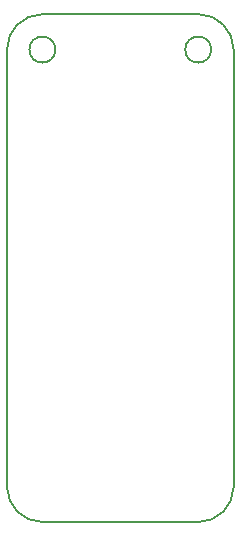
<source format=gbr>
%TF.GenerationSoftware,KiCad,Pcbnew,7.0.9*%
%TF.CreationDate,2024-03-04T02:30:35+09:00*%
%TF.ProjectId,Gyro_Backup,4779726f-5f42-4616-936b-75702e6b6963,rev?*%
%TF.SameCoordinates,Original*%
%TF.FileFunction,Profile,NP*%
%FSLAX46Y46*%
G04 Gerber Fmt 4.6, Leading zero omitted, Abs format (unit mm)*
G04 Created by KiCad (PCBNEW 7.0.9) date 2024-03-04 02:30:35*
%MOMM*%
%LPD*%
G01*
G04 APERTURE LIST*
%TA.AperFunction,Profile*%
%ADD10C,0.200000*%
%TD*%
G04 APERTURE END LIST*
D10*
X155598000Y-100500000D02*
X155598000Y-63500000D01*
X155598000Y-63500000D02*
G75*
G03*
X152598000Y-60500000I-3000000J0D01*
G01*
X139398000Y-103500000D02*
X152598000Y-103500000D01*
X140498000Y-63500000D02*
G75*
G03*
X140498000Y-63500000I-1100000J0D01*
G01*
X136398000Y-100500000D02*
G75*
G03*
X139398000Y-103500000I3000000J0D01*
G01*
X152598000Y-60500000D02*
X139398000Y-60500000D01*
X153698000Y-63500000D02*
G75*
G03*
X153698000Y-63500000I-1100000J0D01*
G01*
X139398000Y-60500000D02*
G75*
G03*
X136398000Y-63500000I0J-3000000D01*
G01*
X152598000Y-103500000D02*
G75*
G03*
X155598000Y-100500000I0J3000000D01*
G01*
X136398000Y-63500000D02*
X136398000Y-100500000D01*
M02*

</source>
